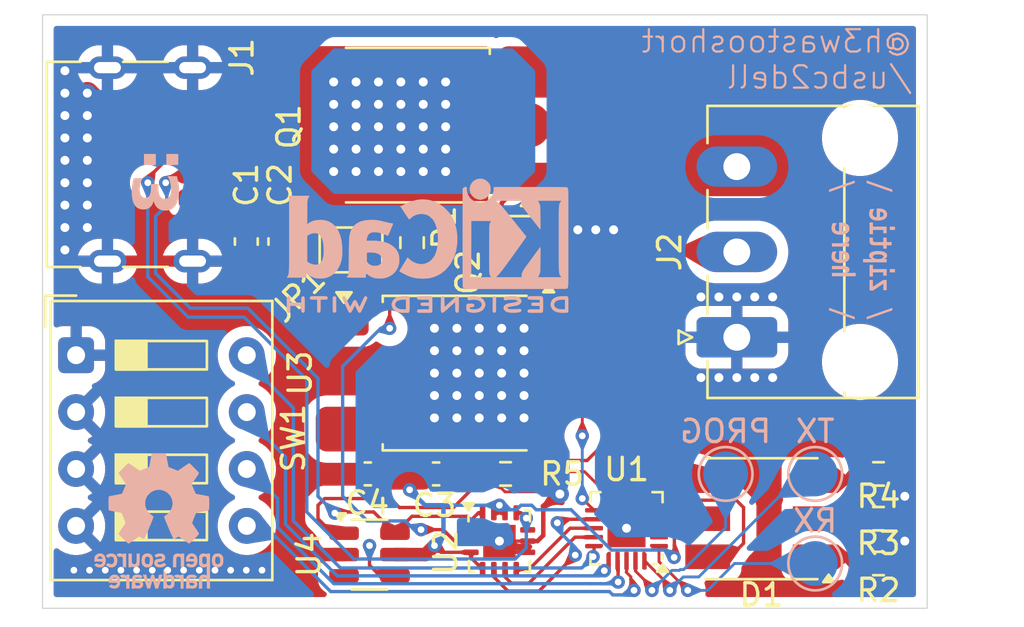
<source format=kicad_pcb>
(kicad_pcb (version 20241229) (generator "pcbnew") (generator_version "9.0")
  (layers (0 "F.Cu" signal) (2 "B.Cu" signal) (13 "F.Paste" user) (15 "B.Paste" user) (5 "F.SilkS" user "F.Silkscreen") (7 "B.SilkS" user "B.Silkscreen") (1 "F.Mask" user) (3 "B.Mask" user) (25 "Edge.Cuts" user))
  (net 0 "")
  (net 1 "/LED_G")
  (net 2 "/LED_R")
  (net 3 "Net-(D1-GK)")
  (net 4 "Net-(D1-RK)")
  (net 5 "Net-(D1-BK)")
  (net 6 "/LED_B")
  (net 7 "/ID")
  (net 8 "GND")
  (net 9 "/CC1")
  (net 10 "/CC2")
  (net 11 "VBUS")
  (net 12 "/ID_PIN")
  (net 13 "/Vout")
  (net 14 "Net-(JP1-A)")
  (net 15 "/PWR_GATE")
  (net 16 "/PWR_EN")
  (net 17 "/S0")
  (net 18 "/S2")
  (net 19 "/S1")
  (net 20 "/S3")
  (net 21 "Net-(U1-~{RESET}{slash}PA0)")
  (net 22 "Net-(U1-PA1)")
  (net 23 "Net-(U1-PA2)")
  (net 24 "/FUSB_INT")
  (net 27 "/SDA")
  (net 28 "VCC")
  (net 30 "/SCL")
  (footprint "Capacitor_SMD:C_0603_1608Metric" (layer "F.Cu") (at 30.6 30.125 -90)
    (property "Reference" "C2")
    (property "Value" "1u")
  )
  (footprint "Capacitor_SMD:C_0603_1608Metric" (layer "F.Cu") (at 34.525 40.5 180)
    (property "Reference" "C4")
    (property "Value" "1u")
  )
  (footprint "Connector_USB:USB_C_Receptacle_HRO_TYPE-C-31-M-17" (layer "F.Cu") (at 23.7 26.68 -90)
    (property "Reference" "J1")
    (property "Value" "TYPE-C-31-M-17")
  )
  (footprint "Package_TO_SOT_SMD:TO-252-3_TabPin2" (layer "F.Cu") (at 36.66 24.9275 180)
    (property "Reference" "Q1")
    (property "Value" "~")
  )
  (footprint "Jumper:SolderJumper-2_P1.3mm_Open_TrianglePad1.0x1.5mm" (layer "F.Cu") (at 33.775 30.5 180)
    (property "Reference" "JP1")
    (property "Value" "SolderJumper_2_Open")
  )
  (footprint "MountingHole:MountingHole_3mm" (layer "F.Cu") (at 56.5 35.5)
    (property "Reference" "HOLE2" (hide yes))
    (property "Value" "MountingHole_3mm")
  )
  (footprint "Resistor_SMD:R_0603_1608Metric" (layer "F.Cu") (at 40.675 40.5)
    (property "Reference" "R5")
    (property "Value" "100")
  )
  (footprint "Capacitor_SMD:C_0603_1608Metric" (layer "F.Cu") (at 37.575 40.5)
    (property "Reference" "C3")
    (property "Value" "100n")
  )
  (footprint "Resistor_SMD:R_0603_1608Metric" (layer "F.Cu") (at 57.325 42.5 180)
    (property "Reference" "R3")
    (property "Value" "4k7")
  )
  (footprint "Resistor_SMD:R_0603_1608Metric" (layer "F.Cu") (at 36.5 30.175 -90)
    (property "Reference" "R1")
    (property "Value" "4k7")
  )
  (footprint "Resistor_SMD:R_0603_1608Metric" (layer "F.Cu") (at 57.325 40.5 180)
    (property "Reference" "R4")
    (property "Value" "4k7")
  )
  (footprint "Package_TO_SOT_SMD:SOT-23" (layer "F.Cu") (at 41.4375 30.55 180)
    (property "Reference" "Q2")
    (property "Value" "MMBT5551")
  )
  (footprint "Resistor_SMD:R_0603_1608Metric" (layer "F.Cu") (at 57.325 44.5 180)
    (property "Reference" "R2")
    (property "Value" "4k7")
  )
  (footprint "Package_DFN_QFN:WQFN-14-1EP_2.5x2.5mm_P0.5mm_EP1.45x1.45mm" (layer "F.Cu") (at 40.4 43.5)
    (property "Reference" "U2")
    (property "Value" "FUSB302BMPX")
  )
  (footprint "MountingHole:MountingHole_3mm" (layer "F.Cu") (at 56.5 25.5)
    (property "Reference" "HOLE1" (hide yes))
    (property "Value" "MountingHole_3mm")
  )
  (footprint "Button_Switch_THT:SW_DIP_SPSTx04_Slide_9.78x12.34mm_W7.62mm_P2.54mm" (layer "F.Cu") (at 21.5 35.2)
    (property "Reference" "SW1")
    (property "Value" "DSWB04LHGET")
  )
  (footprint "Connector_Phoenix_MC:PhoenixContact_MC_1,5_3-G-3.81_1x03_P3.81mm_Horizontal" (layer "F.Cu") (at 51 34.4 90)
    (property "Reference" "J2")
    (property "Value" "WJ15EDGRC-3.81-3P")
  )
  (footprint "Package_TO_SOT_SMD:TO-252-3_TabPin2" (layer "F.Cu") (at 38.5 36)
    (property "Reference" "U3")
    (property "Value" "L7805")
  )
  (footprint "LED_SMD:LED_RGB_5050-6" (layer "F.Cu") (at 52.1 42.5 180)
    (property "Reference" "D1")
    (property "Value" "TC5050RGBF08-3CJH-AF53A")
  )
  (footprint "Package_DFN_QFN:VQFN-20-1EP_3x3mm_P0.4mm_EP1.7x1.7mm" (layer "F.Cu") (at 46.075 42.925 180)
    (property "Reference" "U1")
    (property "Value" "ATtiny1616-M")
  )
  (footprint "Package_TO_SOT_SMD:SOT-23-6" (layer "F.Cu") (at 34.6 44.1)
    (property "Reference" "U4")
    (property "Value" "SRV05-4")
  )
  (footprint "Capacitor_SMD:C_0603_1608Metric" (layer "F.Cu") (at 29.1 30.125 -90)
    (property "Reference" "C1")
    (property "Value" "100n")
  )
  (footprint "Symbol:KiCad-Logo2_5mm_SilkScreen" (layer "B.Cu") (at 37.2 30.3 180)
    (property "Reference" "ICON2" (hide yes))
    (property "Value" "KiCad-Logo2_5mm_SilkScreen" (hide yes))
  )
  (footprint "TestPoint:TestPoint_Pad_D2.0mm" (layer "B.Cu") (at 50.5 40.5 180)
    (property "Reference" "TP1" (hide yes))
    (property "Value" "PROG")
  )
  (footprint "TestPoint:TestPoint_Pad_D2.0mm" (layer "B.Cu") (at 54.5 44.5 180)
    (property "Reference" "TP3" (hide yes))
    (property "Value" "RX")
  )
  (footprint "Symbol:OSHW-Logo_5.7x6mm_SilkScreen" (layer "B.Cu") (at 25.2 42.6 180)
    (property "Reference" "ICON1" (hide yes))
    (property "Value" "OSHW-Logo_5.7x6mm_SilkScreen" (hide yes))
  )
  (footprint "TestPoint:TestPoint_Pad_D2.0mm" (layer "B.Cu") (at 54.5 40.5 180)
    (property "Reference" "TP2" (hide yes))
    (property "Value" "TX")
  )
  (gr_rect (start 20 20) (end 59.5 46.5) (stroke (width 0.05)) (fill no) (layer "Edge.Cuts"))
  (gr_text "/ ziptie \\\n\\  here  /" (at 56.5 30.5 270) (layer "B.SilkS") (effects (font (size 1 0.75) (thickness 0.15) (bold yes)) (justify mirror)))
  (gr_text "@h3wastooshort\n/usbc2dell" (at 58.9 20.6 0) (layer "B.SilkS") (effects (font (size 1 1) (thickness 0.1)) (justify left top mirror)))
  (gr_text ":3" (at 26.4 25.9 90) (layer "B.SilkS") (effects (font (size 2 2) (thickness 0.4) (bold yes)) (justify left bottom mirror)))
  (segment (start 49.7 42.5) (end 48.774638 42.5) (width 0.15) (layer "F.Cu") (net 1))
  (segment (start 47.749638 41.475) (end 46.875 41.475) (width 0.15) (layer "F.Cu") (net 1))
  (segment (start 48.774638 42.5) (end 47.749638 41.475) (width 0.15) (layer "F.Cu") (net 1))
  (segment (start 50.976 41.676) (end 51.3 42) (width 0.15) (layer "F.Cu") (net 2))
  (segment (start 51.3 42) (end 51.3 43.6) (width 0.15) (layer "F.Cu") (net 2))
  (segment (start 50.7 44.2) (end 49.7 44.2) (width 0.15) (layer "F.Cu") (net 2))
  (segment (start 50.976 41.674) (end 50.976 41.676) (width 0.15) (layer "F.Cu") (net 2))
  (segment (start 46.475 41.475) (end 46.475 41.000362) (width 0.15) (layer "F.Cu") (net 2))
  (segment (start 46.686362 40.789) (end 47.688 40.789) (width 0.15) (layer "F.Cu") (net 2))
  (segment (start 51.3 43.6) (end 50.7 44.2) (width 0.15) (layer "F.Cu") (net 2))
  (segment (start 47.688 40.789) (end 48.573 41.674) (width 0.15) (layer "F.Cu") (net 2))
  (segment (start 46.475 41.000362) (end 46.686362 40.789) (width 0.15) (layer "F.Cu") (net 2))
  (segment (start 48.573 41.674) (end 50.976 41.674) (width 0.15) (layer "F.Cu") (net 2))
  (segment (start 54.4 42.5) (end 56.5 42.5) (width 0.2) (layer "F.Cu") (net 3))
  (segment (start 54.4 44.2) (end 56.2 44.2) (width 0.2) (layer "F.Cu") (net 4))
  (segment (start 56.2 44.2) (end 56.5 44.5) (width 0.2) (layer "F.Cu") (net 4))
  (segment (start 54.4 40.8) (end 56.2 40.8) (width 0.2) (layer "F.Cu") (net 5))
  (segment (start 56.2 40.8) (end 56.5 40.5) (width 0.2) (layer "F.Cu") (net 5))
  (segment (start 48.8 40) (end 49.6 40.8) (width 0.15) (layer "F.Cu") (net 6))
  (segment (start 46.5 40) (end 48.8 40) (width 0.15) (layer "F.Cu") (net 6))
  (segment (start 46.075 41.475) (end 46.075 40.425) (width 0.15) (layer "F.Cu") (net 6))
  (segment (start 46.075 40.425) (end 46.5 40) (width 0.15) (layer "F.Cu") (net 6))
  (segment (start 33.4625 43.15) (end 32.95 43.15) (width 0.15) (layer "F.Cu") (net 7))
  (segment (start 32.3 41.9) (end 32.6 41.6) (width 0.15) (layer "F.Cu") (net 7))
  (segment (start 44.2 40.4) (end 43 40.4) (width 0.127) (layer "F.Cu") (net 7))
  (segment (start 42.1 41.3) (end 40.65 41.3) (width 0.127) (layer "F.Cu") (net 7))
  (segment (start 35.532706 41.6) (end 35.932706 42) (width 0.15) (layer "F.Cu") (net 7))
  (segment (start 45.275 41.475) (end 44.2 40.4) (width 0.127) (layer "F.Cu") (net 7))
  (segment (start 32.6 41.6) (end 35.532706 41.6) (width 0.15) (layer "F.Cu") (net 7))
  (segment (start 35.932706 42) (end 38.35 42) (width 0.15) (layer "F.Cu") (net 7))
  (segment (start 32.95 43.15) (end 32.3 42.5) (width 0.15) (layer "F.Cu") (net 7))
  (segment (start 43 40.4) (end 42.1 41.3) (width 0.127) (layer "F.Cu") (net 7))
  (segment (start 32.3 42.5) (end 32.3 41.9) (width 0.15) (layer "F.Cu") (net 7))
  (segment (start 38.35 42) (end 39.85 40.5) (width 0.15) (layer "F.Cu") (net 7))
  (segment (start 40.65 41.3) (end 39.85 40.5) (width 0.127) (layer "F.Cu") (net 7))
  (segment (start 47.525 42.925) (end 46.075 42.925) (width 0.15) (layer "F.Cu") (net 8))
  (segment (start 42.358343 41.938566) (end 42.358343 43.241657) (width 0.2) (layer "F.Cu") (net 8))
  (segment (start 22.43 23.93) (end 22 23.5) (width 1) (layer "F.Cu") (net 8))
  (segment (start 33.4625 44.1) (end 31.5 44.1) (width 0.6) (layer "F.Cu") (net 8))
  (segment (start 40.9 44) (end 40.4 43.5) (width 0.15) (layer "F.Cu") (net 8))
  (segment (start 42.358343 43.241657) (end 42.1 43.5) (width 0.2) (layer "F.Cu") (net 8))
  (segment (start 43.1 41.4) (end 42.896909 41.4) (width 0.2) (layer "F.Cu") (net 8))
  (segment (start 42.896909 41.4) (end 42.358343 41.938566) (width 0.2) (layer "F.Cu") (net 8))
  (segment (start 22.07 29.43) (end 22 29.5) (width 1) (layer "F.Cu") (net 8))
  (segment (start 41.6625 44) (end 40.9 44) (width 0.15) (layer "F.Cu") (net 8))
  (segment (start 42.1 43.5) (end 41.6625 43.5) (width 0.2) (layer "F.Cu") (net 8))
  (segment (start 26.88 23.93) (end 22.43 23.93) (width 1) (layer "F.Cu") (net 8))
  (segment (start 26.88 29.43) (end 22.07 29.43) (width 1) (layer "F.Cu") (net 8))
  (segment (start 41.6625 43.5) (end 40.4 43.5) (width 0.15) (layer "F.Cu") (net 8))
  (via (at 58.5 43.5) (size 0.8) (drill 0.4) (layers "F.Cu" "B.Cu") (net 8))
  (via (at 21 29.5) (size 0.8) (drill 0.4) (layers "F.Cu" "B.Cu") (net 8))
  (via (at 21 30.5) (size 0.8) (drill 0.4) (layers "F.Cu" "B.Cu") (net 8))
  (via (at 40.4 43.5) (size 0.8) (drill 0.4) (layers "F.Cu" "B.Cu") (net 8))
  (via (at 22 28.5) (size 0.8) (drill 0.4) (layers "F.Cu" "B.Cu") (net 8))
  (via (at 22.8 44.8) (size 0.6) (drill 0.3) (layers "F.Cu" "B.Cu") (net 8))
  (via (at 22 27.5) (size 0.8) (drill 0.4) (layers "F.Cu" "B.Cu") (net 8))
  (via (at 38.5 37) (size 0.8) (drill 0.4) (layers "F.Cu" "B.Cu") (net 8))
  (via (at 27.7 44.8) (size 0.6) (drill 0.3) (layers "F.Cu" "B.Cu") (net 8))
  (via (at 52.6 32.6) (size 0.8) (drill 0.4) (layers "F.Cu" "B.Cu") (net 8))
  (via (at 38.5 34) (size 0.8) (drill 0.4) (layers "F.Cu" "B.Cu") (net 8))
  (via (at 52.6 36.2) (size 0.8) (drill 0.4) (layers "F.Cu" "B.Cu") (net 8))
  (via (at 38.5 38) (size 0.8) (drill 0.4) (layers "F.Cu" "B.Cu") (net 8))
  (via (at 51 32.6) (size 0.8) (drill 0.4) (layers "F.Cu" "B.Cu") (net 8))
  (via (at 50.2 36.2) (size 0.8) (drill 0.4) (layers "F.Cu" "B.Cu") (net 8))
  (via (at 41.5 38) (size 0.8) (drill 0.4) (layers "F.Cu" "B.Cu") (net 8))
  (via (at 38.5 35) (size 0.8) (drill 0.4) (layers "F.Cu" "B.Cu") (net 8))
  (via (at 40.5 38) (size 0.8) (drill 0.4) (layers "F.Cu" "B.Cu") (net 8))
  (via (at 40.5 36) (size 0.8) (drill 0.4) (layers "F.Cu" "B.Cu") (net 8))
  (via (at 45.5 29.6) (size 0.8) (drill 0.4) (layers "F.Cu" "B.Cu") (net 8))
  (via (at 40.5 35) (size 0.8) (drill 0.4) (layers "F.Cu" "B.Cu") (net 8))
  (via (at 37.5 38) (size 0.8) (drill 0.4) (layers "F.Cu" "B.Cu") (net 8))
  (via (at 27 44.8) (size 0.6) (drill 0.3) (layers "F.Cu" "B.Cu") (net 8))
  (via (at 51.8 36.2) (size 0.8) (drill 0.4) (layers "F.Cu" "B.Cu") (net 8))
  (via (at 22 26.5) (size 0.8) (drill 0.4) (layers "F.Cu" "B.Cu") (net 8))
  (via (at 22 24.5) (size 0.8) (drill 0.4) (layers "F.Cu" "B.Cu") (net 8))
  (via (at 49.4 32.6) (size 0.8) (drill 0.4) (layers "F.Cu" "B.Cu") (net 8))
  (via (at 37.5 35) (size 0.8) (drill 0.4) (layers "F.Cu" "B.Cu") (net 8))
  (via (at 39.5 38) (size 0.8) (drill 0.4) (layers "F.Cu" "B.Cu") (net 8))
  (via (at 28.4 44.8) (size 0.6) (drill 0.3) (layers "F.Cu" "B.Cu") (net 8))
  (via (at 21 28.5) (size 0.8) (drill 0.4) (layers "F.Cu" "B.Cu") (net 8))
  (via (at 40.5 37) (size 0.8) (drill 0.4) (layers "F.Cu" "B.Cu") (net 8))
  (via (at 41.5 36) (size 0.8) (drill 0.4) (layers "F.Cu" "B.Cu") (net 8))
  (via (at 38.5 36) (size 0.8) (drill 0.4) (layers "F.Cu" "B.Cu") (net 8))
  (via (at 39.5 34) (size 0.8) (drill 0.4) (layers "F.Cu" "B.Cu") (net 8))
  (via (at 43.1 41.4) (size 0.8) (drill 0.4) (layers "F.Cu" "B.Cu") (net 8))
  (via (at 21 25.5) (size 0.8) (drill 0.4) (layers "F.Cu" "B.Cu") (net 8))
  (via (at 29.8 44.8) (size 0.6) (drill 0.3) (layers "F.Cu" "B.Cu") (net 8))
  (via (at 50.2 32.6) (size 0.8) (drill 0.4) (layers "F.Cu" "B.Cu") (net 8))
  (via (at 51.8 32.6) (size 0.8) (drill 0.4) (layers "F.Cu" "B.Cu") (net 8))
  (via (at 24.2 44.8) (size 0.6) (drill 0.3) (layers "F.Cu" "B.Cu") (net 8))
  (via (at 51 36.2) (size 0.8) (drill 0.4) (layers "F.Cu" "B.Cu") (net 8))
  (via (at 22 29.5) (size 0.8) (drill 0.4) (layers "F.Cu" "B.Cu") (net 8))
  (via (at 29.1 44.8) (size 0.6) (drill 0.3) (layers "F.Cu" "B.Cu") (net 8))
  (via (at 21 26.5) (size 0.8) (drill 0.4) (layers "F.Cu" "B.Cu") (net 8))
  (via (at 39.5 35) (size 0.8) (drill 0.4) (layers "F.Cu" "B.Cu") (net 8))
  (via (at 26.3 44.8) (size 0.6) (drill 0.3) (layers "F.Cu" "B.Cu") (net 8))
  (via (at 21 27.5) (size 0.8) (drill 0.4) (layers "F.Cu" "B.Cu") (net 8))
  (via (at 22 23.5) (size 0.8) (drill 0.4) (layers "F.Cu" "B.Cu") (net 8))
  (via (at 39.5 36) (size 0.8) (drill 0.4) (layers "F.Cu" "B.Cu") (net 8))
  (via (at 21 22.5) (size 0.8) (drill 0.4) (layers "F.Cu" "B.Cu") (net 8))
  (via (at 43.9 29.6) (size 0.8) (drill 0.4) (layers "F.Cu" "B.Cu") (net 8))
  (via (at 39.5 37) (size 0.8) (drill 0.4) (layers "F.Cu" "B.Cu") (net 8))
  (via (at 21 24.5) (size 0.8) (drill 0.4) (layers "F.Cu" "B.Cu") (net 8))
  (via (at 58.5 41.5) (size 0.8) (drill 0.4) (layers "F.Cu" "B.Cu") (net 8))
  (via (at 22 25.5) (size 0.8) (drill 0.4) (layers "F.Cu" "B.Cu") (net 8))
  (via (at 24.9 44.8) (size 0.6) (drill 0.3) (layers "F.Cu" "B.Cu") (net 8))
  (via (at 23.5 44.8) (size 0.6) (drill 0.3) (layers "F.Cu" "B.Cu") (net 8))
  (via (at 40.5 34) (size 0.8) (drill 0.4) (layers "F.Cu" "B.Cu") (net 8))
  (via (at 21.4 44.8) (size 0.6) (drill 0.3) (layers "F.Cu" "B.Cu") (net 8))
  (via (at 41.5 37) (size 0.8) (drill 0.4) (layers "F.Cu" "B.Cu") (net 8))
  (via (at 37.5 36) (size 0.8) (drill 0.4) (layers "F.Cu" "B.Cu") (net 8))
  (via (at 37.5 34) (size 0.8) (drill 0.4) (layers "F.Cu" "B.Cu") (net 8))
  (via (at 41.5 35) (size 0.8) (drill 0.4) (layers "F.Cu" "B.Cu") (net 8))
  (via (at 21 23.5) (size 0.8) (drill 0.4) (layers "F.Cu" "B.Cu") (net 8))
  (via (at 41.5 34) (size 0.8) (drill 0.4) (layers "F.Cu" "B.Cu") (net 8))
  (via (at 46.075 42.925) (size 0.8) (drill 0.4) (layers "F.Cu" "B.Cu") (net 8))
  (via (at 37.5 37) (size 0.8) (drill 0.4) (layers "F.Cu" "B.Cu") (net 8))
  (via (at 25.592019 44.799833) (size 0.6) (drill 0.3) (layers "F.Cu" "B.Cu") (net 8))
  (via (at 44.7 29.6) (size 0.8) (drill 0.4) (layers "F.Cu" "B.Cu") (net 8))
  (via (at 49.4 36.2) (size 0.8) (drill 0.4) (layers "F.Cu" "B.Cu") (net 8))
  (via (at 22.1 44.8) (size 0.6) (drill 0.3) (layers "F.Cu" "B.Cu") (net 8))
  (segment (start 43.1 41.4) (end 42.45 40.75) (width 0.8) (layer "B.Cu") (net 8))
  (segment (start 24.699997 27.300003) (end 24.699997 27.5) (width 0.15) (layer "F.Cu") (net 9))
  (segment (start 35.7375 45.05) (end 35.075001 45.05) (width 0.15) (layer "F.Cu") (net 9))
  (segment (start 41.6 42.475) (end 41.6 42.9375) (width 0.15) (layer "F.Cu") (net 9))
  (segment (start 41.6 42.9375) (end 41.6625 43) (width 0.15) (layer "F.Cu") (net 9))
  (segment (start 34.6 44.574999) (end 34.6 43.7) (width 0.15) (layer "F.Cu") (net 9))
  (segment (start 41.3625 42.2375) (end 41.6 42.475) (width 0.15) (layer "F.Cu") (net 9))
  (segment (start 26.88 26.18) (end 25.82 26.18) (width 0.15) (layer "F.Cu") (net 9))
  (segment (start 25.82 26.18) (end 24.699997 27.300003) (width 0.15) (layer "F.Cu") (net 9))
  (segment (start 41.15 42.2375) (end 41.3625 42.2375) (width 0.15) (layer "F.Cu") (net 9))
  (segment (start 35.075001 45.05) (end 34.6 44.574999) (width 0.15) (layer "F.Cu") (net 9))
  (via (at 34.6 43.7) (size 0.6) (drill 0.3) (layers "F.Cu" "B.Cu") (net 9))
  (via (at 41.6 42.475) (size 0.6) (drill 0.3) (layers "F.Cu" "B.Cu") (net 9))
  (via (at 24.699997 27.5) (size 0.6) (drill 0.3) (layers "F.Cu" "B.Cu") (net 9))
  (segment (start 24.699997 27.5) (end 24.699997 31.699997) (width 0.15) (layer "B.Cu") (net 9))
  (segment (start 41.6 43.8) (end 41.6 42.475) (width 0.15) (layer "B.Cu") (net 9))
  (segment (start 34.6 44.3) (end 41.1 44.3) (width 0.15) (layer "B.Cu") (net 9))
  (segment (start 34.6 43.7) (end 34.6 44.3) (width 0.15) (layer "B.Cu") (net 9))
  (segment (start 41.1 44.3) (end 41.6 43.8) (width 0.15) (layer "B.Cu") (net 9))
  (segment (start 24.699997 31.699997) (end 26.5 33.5) (width 0.15) (layer "B.Cu") (net 9))
  (segment (start 31.8 42.2) (end 33.9 44.3) (width 0.15) (layer "B.Cu") (net 9))
  (segment (start 26.5 33.5) (end 29 33.5) (width 0.15) (layer "B.Cu") (net 9))
  (segment (start 31.8 36.3) (end 31.8 42.2) (width 0.15) (layer "B.Cu") (net 9))
  (segment (start 33.9 44.3) (end 34.6 44.3) (width 0.15) (layer "B.Cu") (net 9))
  (segment (start 29 33.5) (end 31.8 36.3) (width 0.15) (layer "B.Cu") (net 9))
  (segment (start 38.96875 42.39375) (end 39.1375 42.5625) (width 0.15) (layer "F.Cu") (net 10))
  (segment (start 33.05 42.25) (end 33.1 42.2) (width 0.15) (layer "F.Cu") (net 10))
  (segment (start 26.88 27.18) (end 25.82 27.18) (width 0.15) (layer "F.Cu") (net 10))
  (segment (start 34.7875 42.2) (end 35.7375 43.15) (width 0.15) (layer "F.Cu") (net 10))
  (segment (start 25.82 27.18) (end 25.5 27.5) (width 0.15) (layer "F.Cu") (net 10))
  (segment (start 36.49375 42.39375) (end 38.96875 42.39375) (width 0.15) (layer "F.Cu") (net 10))
  (segment (start 33.1 42.2) (end 34.7875 42.2) (width 0.15) (layer "F.Cu") (net 10))
  (segment (start 39.65 42.2375) (end 39.4625 42.2375) (width 0.15) (layer "F.Cu") (net 10))
  (segment (start 35.7375 43.15) (end 36.49375 42.39375) (width 0.15) (layer "F.Cu") (net 10))
  (segment (start 39.1375 42.5625) (end 39.1375 43) (width 0.15) (layer "F.Cu") (net 10))
  (segment (start 39.4625 42.2375) (end 39.1375 42.5625) (width 0.15) (layer "F.Cu") (net 10))
  (via (at 25.5 27.5) (size 0.6) (drill 0.3) (layers "F.Cu" "B.Cu") (net 10))
  (via (at 33.05 42.25) (size 0.6) (drill 0.3) (layers "F.Cu" "B.Cu") (net 10))
  (segment (start 32.3 36.2329) (end 29.1661 33.099) (width 0.15) (layer "B.Cu") (net 10))
  (segment (start 29.1661 33.099) (end 26.599 33.099) (width 0.15) (layer "B.Cu") (net 10))
  (segment (start 32.3 41.5) (end 32.3 36.2329) (width 0.15) (layer "B.Cu") (net 10))
  (segment (start 25.549 27.549) (end 25.5 27.5) (width 0.15) (layer "B.Cu") (net 10))
  (segment (start 26.599 33.099) (end 25.050997 31.550997) (width 0.15) (layer "B.Cu") (net 10))
  (segment (start 25.549 28.5) (end 25.549 27.549) (width 0.15) (layer "B.Cu") (net 10))
  (segment (start 33.05 42.25) (end 32.3 41.5) (width 0.15) (layer "B.Cu") (net 10))
  (segment (start 25.050997 28.998003) (end 25.549 28.5) (width 0.15) (layer "B.Cu") (net 10))
  (segment (start 25.050997 31.550997) (end 25.050997 28.998003) (width 0.15) (layer "B.Cu") (net 10))
  (segment (start 33.46 33.72) (end 32.1 32.36) (width 1) (layer "F.Cu") (net 11))
  (segment (start 32.1 28.2275) (end 35.4 24.9275) (width 1) (layer "F.Cu") (net 11))
  (segment (start 41.7 24.9275) (end 35.4 24.9275) (width 2) (layer "F.Cu") (net 11))
  (segment (start 32.1 32.36) (end 32.1 28.2275) (width 1) (layer "F.Cu") (net 11))
  (via (at 34 27) (size 0.8) (drill 0.4) (layers "F.Cu" "B.Cu") (net 11))
  (via (at 36 23) (size 0.8) (drill 0.4) (layers "F.Cu" "B.Cu") (net 11))
  (via (at 38 25) (size 0.8) (drill 0.4) (layers "F.Cu" "B.Cu") (net 11))
  (via (at 38 27) (size 0.8) (drill 0.4) (layers "F.Cu" "B.Cu") (net 11))
  (via (at 37 25) (size 0.8) (drill 0.4) (layers "F.Cu" "B.Cu") (net 11))
  (via (at 34 26) (size 0.8) (drill 0.4) (layers "F.Cu" "B.Cu") (net 11))
  (via (at 33 24) (size 0.8) (drill 0.4) (layers "F.Cu" "B.Cu") (net 11))
  (via (at 34 25) (size 0.8) (drill 0.4) (layers "F.Cu" "B.Cu") (net 11))
  (via (at 34 23) (size 0.8) (drill 0.4) (layers "F.Cu" "B.Cu") (net 11))
  (via (at 34 24) (size 0.8) (drill 0.4) (layers "F.Cu" "B.Cu") (net 11))
  (via (at 33 23) (size 0.8) (drill 0.4) (layers "F.Cu" "B.Cu") (net 11))
  (via (at 33 25) (size 0.8) (drill 0.4) (layers "F.Cu" "B.Cu") (net 11))
  (via (at 35 24) (size 0.8) (drill 0.4) (layers "F.Cu" "B.Cu") (net 11))
  (via (at 37 23) (size 0.8) (drill 0.4) (layers "F.Cu" "B.Cu") (net 11))
  (via (at 36 27) (size 0.8) (drill 0.4) (layers "F.Cu" "B.Cu") (net 11))
  (via (at 36 25) (size 0.8) (drill 0.4) (layers "F.Cu" "B.Cu") (net 11))
  (via (at 38 23) (size 0.8) (drill 0.4) (layers "F.Cu" "B.Cu") (net 11))
  (via (at 35 27) (size 0.8) (drill 0.4) (layers "F.Cu" "B.Cu") (net 11))
  (via (at 38 26) (size 0.8) (drill 0.4) (layers "F.Cu" "B.Cu") (net 11))
  (via (at 37 26) (size 0.8) (drill 0.4) (layers "F.Cu" "B.Cu") (net 11))
  (via (at 36 24) (size 0.8) (drill 0.4) (layers "F.Cu" "B.Cu") (net 11))
  (via (at 35 26) (size 0.8) (drill 0.4) (layers "F.Cu" "B.Cu") (net 11))
  (via (at 35 23) (size 0.8) (drill 0.4) (layers "F.Cu" "B.Cu") (net 11))
  (via (at 37 24) (size 0.8) (drill 0.4) (layers "F.Cu" "B.Cu") (net 11))
  (via (at 36 26) (size 0.8) (drill 0.4) (layers "F.Cu" "B.Cu") (net 11))
  (via (at 33 27) (size 0.8) (drill 0.4) (layers "F.Cu" "B.Cu") (net 11))
  (via (at 33 26) (size 0.8) (drill 0.4) (layers "F.Cu" "B.Cu") (net 11))
  (via (at 35 25) (size 0.8) (drill 0.4) (layers "F.Cu" "B.Cu") (net 11))
  (via (at 38 24) (size 0.8) (drill 0.4) (layers "F.Cu" "B.Cu") (net 11))
  (via (at 37 27) (size 0.8) (drill 0.4) (layers "F.Cu" "B.Cu") (net 11))
  (segment (start 44.316666 39.9) (end 45 39.216666) (width 0.15) (layer "F.Cu") (net 12))
  (segment (start 45 39.216666) (end 45 31.9) (width 0.15) (layer "F.Cu") (net 12))
  (segment (start 50.91 30.5) (end 51 30.59) (width 0.15) (layer "F.Cu") (net 12))
  (segment (start 41.5 40.5) (end 42.1 39.9) (width 0.15) (layer "F.Cu") (net 12))
  (segment (start 42.1 39.9) (end 44.316666 39.9) (width 0.15) (layer "F.Cu") (net 12))
  (segment (start 46.4 30.5) (end 50.91 30.5) (width 0.15) (layer "F.Cu") (net 12))
  (segment (start 45 31.9) (end 46.4 30.5) (width 0.15) (layer "F.Cu") (net 12))
  (segment (start 50.28 26.78) (end 51 26.78) (width 2) (layer "F.Cu") (net 13))
  (segment (start 46.1475 22.6475) (end 50.28 26.78) (width 2) (layer "F.Cu") (net 13))
  (segment (start 41.7 22.6475) (end 46.1475 22.6475) (width 2) (layer "F.Cu") (net 13))
  (segment (start 35.5 34) (end 35.5 32) (width 0.15) (layer "F.Cu") (net 14))
  (segment (start 34.5 31) (end 34.5 30.5) (width 0.15) (layer "F.Cu") (net 14))
  (segment (start 37.888083 42.988083) (end 36.9 42.988083) (width 0.15) (layer "F.Cu") (net 14))
  (segment (start 35.5 32) (end 34.5 31) (width 0.15) (layer "F.Cu") (net 14))
  (segment (start 39.1375 43.5) (end 38.4 43.5) (width 0.15) (layer "F.Cu") (net 14))
  (segment (start 38.4 43.5) (end 37.888083 42.988083) (width 0.15) (layer "F.Cu") (net 14))
  (via (at 35.5 34) (size 0.6) (drill 0.3) (layers "F.Cu" "B.Cu") (net 14))
  (via (at 36.9 42.988083) (size 0.6) (drill 0.3) (layers "F.Cu" "B.Cu") (net 14))
  (segment (start 36.2 42.6) (end 36.7 43.1) (width 0.15) (layer "B.Cu") (net 14))
  (segment (start 36.7 43.1) (end 36.788083 43.1) (width 0.15) (layer "B.Cu") (net 14))
  (segment (start 34.5 42.6) (end 36.2 42.6) (width 0.15) (layer "B.Cu") (net 14))
  (segment (start 36.788083 43.1) (end 36.9 42.988083) (width 0.15) (layer "B.Cu") (net 14))
  (segment (start 33.4 41.5) (end 34.5 42.6) (width 0.15) (layer "B.Cu") (net 14))
  (segment (start 33.4 35.7) (end 33.4 41.5) (width 0.15) (layer "B.Cu") (net 14))
  (segment (start 35.5 34) (end 35.1 34) (width 0.15) (layer "B.Cu") (net 14))
  (segment (start 35.1 34) (end 33.4 35.7) (width 0.15) (layer "B.Cu") (net 14))
  (segment (start 36.95 30.55) (end 36.5 31) (width 0.2) (layer "F.Cu") (net 15))
  (segment (start 40.5 30.55) (end 40.5 28.4075) (width 0.2) (layer "F.Cu") (net 15))
  (segment (start 40.5 28.4075) (end 41.7 27.2075) (width 0.2) (layer "F.Cu") (net 15))
  (segment (start 40.5 30.55) (end 36.95 30.55) (width 0.2) (layer "F.Cu") (net 15))
  (segment (start 43.7 31.5) (end 44.1 31.9) (width 0.127) (layer "F.Cu") (net 16))
  (segment (start 44.1 41.6) (end 44.625 42.125) (width 0.127) (layer "F.Cu") (net 16))
  (segment (start 42.375 31.5) (end 43.7 31.5) (width 0.127) (layer "F.Cu") (net 16))
  (segment (start 44.1 31.9) (end 44.1 38.8) (width 0.127) (layer "F.Cu") (net 16))
  (via (at 44.1 38.8) (size 0.6) (drill 0.3) (layers "F.Cu" "B.Cu") (net 16))
  (via (at 44.1 41.6) (size 0.6) (drill 0.3) (layers "F.Cu" "B.Cu") (net 16))
  (segment (start 44.1 41.6) (end 44.1 38.8) (width 0.127) (layer "B.Cu") (net 16))
  (segment (start 44.625 44.17288) (end 44.625 43.725) (width 0.15) (layer "F.Cu") (net 17))
  (segment (start 44.601732 44.196148) (end 44.625 44.17288) (width 0.15) (layer "F.Cu") (net 17))
  (segment (start 44.581393 44.196148) (end 44.601732 44.196148) (width 0.15) (layer "F.Cu") (net 17))
  (via (at 44.581393 44.196148) (size 0.6) (drill 0.3) (layers "F.Cu" "B.Cu") (net 17))
  (segment (start 44.581393 44.196148) (end 44.077541 44.7) (width 0.15) (layer "B.Cu") (net 17))
  (segment (start 31.2 42.6) (end 31.2 37.55) (width 0.15) (layer "B.Cu") (net 17))
  (segment (start 44.077541 44.7) (end 33.3 44.7) (width 0.15) (layer "B.Cu") (net 17))
  (segment (start 31.2 37.55) (end 28.8525 35.2025) (width 0.15) (layer "B.Cu") (net 17))
  (segment (start 33.3 44.7) (end 31.2 42.6) (width 0.15) (layer "B.Cu") (net 17))
  (segment (start 45.701378 45.314552) (end 45.698432 45.311606) (width 0.15) (layer "F.Cu") (net 18))
  (segment (start 45.698432 44.398432) (end 45.675 44.375) (width 0.15) (layer "F.Cu") (net 18))
  (segment (start 45.698432 45.311606) (end 45.698432 44.398432) (width 0.15) (layer "F.Cu") (net 18))
  (segment (start 45.701378 45.326932) (end 45.701378 45.314552) (width 0.15) (layer "F.Cu") (net 18))
  (via (at 45.701378 45.326932) (size 0.6) (drill 0.3) (layers "F.Cu" "B.Cu") (net 18))
  (segment (start 45.701378 45.326932) (end 45.701378 45.31455) (width 0.15) (layer "B.Cu") (net 18))
  (segment (start 45.353409 45.402005) (end 45.159795 45.402005) (width 0.15) (layer "B.Cu") (net 18))
  (segment (start 30.498 42.890776) (end 30.498 41.598) (width 0.15) (layer "B.Cu") (net 18))
  (segment (start 44.926913 45.404583) (end 44.924336 45.402005) (width 0.15) (layer "B.Cu") (net 18))
  (segment (start 44.924336 45.402005) (end 44.490765 45.402005) (width 0.15) (layer "B.Cu") (net 18))
  (segment (start 45.455414 45.3) (end 45.353409 45.402005) (width 0.15) (layer "B.Cu") (net 18))
  (segment (start 45.686828 45.3) (end 45.455414 45.3) (width 0.15) (layer "B.Cu") (net 18))
  (segment (start 44.490761 45.402) (end 33.009224 45.402) (width 0.15) (layer "B.Cu") (net 18))
  (segment (start 45.157216 45.404583) (end 44.926913 45.404583) (width 0.15) (layer "B.Cu") (net 18))
  (segment (start 29.1825 40.2825) (end 28.8525 40.2825) (width 0.15) (layer "B.Cu") (net 18))
  (segment (start 30.498 41.598) (end 29.1825 40.2825) (width 0.15) (layer "B.Cu") (net 18))
  (segment (start 44.490765 45.402005) (end 44.490761 45.402) (width 0.15) (layer "B.Cu") (net 18))
  (segment (start 45.159795 45.402005) (end 45.157216 45.404583) (width 0.15) (layer "B.Cu") (net 18))
  (segment (start 33.009224 45.402) (end 30.498 42.890776) (width 0.15) (layer "B.Cu") (net 18))
  (segment (start 45.701378 45.31455) (end 45.686828 45.3) (width 0.15) (layer "B.Cu") (net 18))
  (segment (start 45.115113 44.851372) (end 45.252296 44.851372) (width 0.15) (layer "F.Cu") (net 19))
  (segment (start 45.083055 44.819314) (end 45.115113 44.851372) (width 0.15) (layer "F.Cu") (net 19))
  (segment (start 45.275 44.828668) (end 45.275 44.375) (width 0.15) (layer "F.Cu") (net 19))
  (segment (start 45.252296 44.851372) (end 45.275 44.828668) (width 0.15) (layer "F.Cu") (net 19))
  (via (at 45.083055 44.819314) (size 0.6) (drill 0.3) (layers "F.Cu" "B.Cu") (net 19))
  (segment (start 30.849 42.745388) (end 33.154612 45.051) (width 0.15) (layer "B.Cu") (net 19))
  (segment (start 44.851369 45.051) (end 45.083055 44.819314) (width 0.15) (layer "B.Cu") (net 19))
  (segment (start 30.849 39.739) (end 30.849 42.745388) (width 0.15) (layer "B.Cu") (net 19))
  (segment (start 28.8525 37.7425) (end 30.849 39.739) (width 0.15) (layer "B.Cu") (net 19))
  (segment (start 33.154612 45.051) (end 44.851369 45.051) (width 0.15) (layer "B.Cu") (net 19))
  (segment (start 46.409067 45.7) (end 46.437902 45.671165) (width 0.127) (layer "F.Cu") (net 20))
  (segment (start 46.265878 45.093108) (end 46.060677 44.887907) (width 0.127) (layer "F.Cu") (net 20))
  (segment (start 46.437902 45.637902) (end 46.265878 45.465878) (width 0.127) (layer "F.Cu") (net 20))
  (segment (start 46.060677 44.887907) (end 46.075 44.873584) (width 0.127) (layer "F.Cu") (net 20))
  (segment (start 46.437902 45.671165) (end 46.437902 45.637902) (width 0.127) (layer "F.Cu") (net 20))
  (segment (start 46.075 44.873584) (end 46.075 44.375) (width 0.127) (layer "F.Cu") (net 20))
  (segment (start 46.265878 45.465878) (end 46.265878 45.093108) (width 0.127) (layer "F.Cu") (net 20))
  (via (at 46.409067 45.7) (size 0.6) (drill 0.3) (layers "F.Cu" "B.Cu") (net 20))
  (segment (start 29.930836 42.82) (end 28.855 42.82) (width 0.15) (layer "B.Cu") (net 20))
  (segment (start 28.855 42.82) (end 28.8525 42.8225) (width 0.15) (layer "B.Cu") (net 20))
  (segment (start 46.409067 45.7) (end 46.206135 45.902932) (width 0.15) (layer "B.Cu") (net 20))
  (segment (start 32.863836 45.753) (end 29.930836 42.82) (width 0.15) (layer "B.Cu") (net 20))
  (segment (start 45.46279 45.902932) (end 45.312858 45.753) (width 0.15) (layer "B.Cu") (net 20))
  (segment (start 46.206135 45.902932) (end 45.46279 45.902932) (width 0.15) (layer "B.Cu") (net 20))
  (segment (start 45.312858 45.753) (end 32.863836 45.753) (width 0.15) (layer "B.Cu") (net 20))
  (segment (start 46.475 44.838368) (end 47.20907 45.572438) (width 0.127) (layer "F.Cu") (net 21))
  (segment (start 46.475 44.375) (end 46.475 44.838368) (width 0.127) (layer "F.Cu") (net 21))
  (segment (start 47.20907 45.572438) (end 47.20907 45.7) (width 0.127) (layer "F.Cu") (net 21))
  (via (at 47.20907 45.7) (size 0.6) (drill 0.3) (layers "F.Cu" "B.Cu") (net 21))
  (segment (start 48.10157 44.8075) (end 48.437711 44.8075) (width 0.127) (layer "B.Cu") (net 21))
  (segment (start 50.5 42.9) (end 48.628 44.772) (width 0.127) (layer "B.Cu") (net 21))
  (segment (start 48.437711 44.8075) (end 48.473211 44.772) (width 0.127) (layer "B.Cu") (net 21))
  (segment (start 48.473211 44.772) (end 48.628 44.772) (width 0.127) (layer "B.Cu") (net 21))
  (segment (start 47.20907 45.7) (end 48.10157 44.8075) (width 0.127) (layer "B.Cu") (net 21))
  (segment (start 50.5 40.5) (end 50.5 42.9) (width 0.127) (layer "B.Cu") (net 21))
  (segment (start 46.875 44.375) (end 48.009073 45.509073) (width 0.127) (layer "F.Cu") (net 22))
  (segment (start 48.009073 45.509073) (end 48.009073 45.7) (width 0.127) (layer "F.Cu") (net 22))
  (via (at 48.009073 45.7) (size 0.6) (drill 0.3) (layers "F.Cu" "B.Cu") (net 22))
  (segment (start 53.95 40.45) (end 54.6 40.45) (width 0.127) (layer "B.Cu") (net 22))
  (segment (start 48.009073 45.7) (end 48.609073 45.1) (width 0.127) (layer "B.Cu") (net 22))
  (segment (start 49.3 45.1) (end 53.95 40.45) (width 0.127) (layer "B.Cu") (net 22))
  (segment (start 48.609073 45.1) (end 49.3 45.1) (width 0.127) (layer "B.Cu") (net 22))
  (segment (start 47.525 43.725) (end 47.525 44.415924) (width 0.127) (layer "F.Cu") (net 23))
  (segment (start 47.525 44.415924) (end 48.809076 45.7) (width 0.127) (layer "F.Cu") (net 23))
  (via (at 48.809076 45.7) (size 0.6) (drill 0.3) (layers "F.Cu" "B.Cu") (net 23))
  (segment (start 54.5 44.5) (end 54.6 44.5) (width 0.127) (layer "B.Cu") (net 23))
  (segment (start 48.809076 45.7) (end 49.7 45.7) (width 0.127) (layer "B.Cu") (net 23))
  (segment (start 50.9 44.5) (end 54.5 44.5) (width 0.127) (layer "B.Cu") (net 23))
  (segment (start 49.7 45.7) (end 50.9 44.5) (width 0.127) (layer "B.Cu") (net 23))
  (segment (start 43.142271 42.525) (end 44.625 42.525) (width 0.15) (layer "F.Cu") (net 24))
  (segment (start 42.983635 42.683635) (end 43.142271 42.525) (width 0.15) (layer "F.Cu") (net 24))
  (segment (start 40.779501 45.7295) (end 40.15 45.099999) (width 0.15) (layer "F.Cu") (net 24))
  (segment (start 43.695219 44.204781) (end 42.1705 45.7295) (width 0.15) (layer "F.Cu") (net 24))
  (segment (start 40.15 45.099999) (end 40.15 44.7625) (width 0.15) (layer "F.Cu") (net 24))
  (segment (start 42.1705 45.7295) (end 40.779501 45.7295) (width 0.15) (layer "F.Cu") (net 24))
  (via (at 43.78456 44.125) (size 0.6) (drill 0.3) (layers "F.Cu" "B.Cu") (net 24))
  (via (at 42.983635 42.683635) (size 0.6) (drill 0.3) (layers "F.Cu" "B.Cu") (net 24))
  (segment (start 42.983635 42.683635) (end 43 42.7) (width 0.15) (layer "B.Cu") (net 24))
  (segment (start 43 43) (end 43.78456 43.78456) (width 0.15) (layer "B.Cu") (net 24))
  (segment (start 43 42.7) (end 43 43) (width 0.15) (layer "B.Cu") (net 24))
  (segment (start 43.78456 43.78456) (end 43.78456 44.125) (width 0.15) (layer "B.Cu") (net 24))
  (segment (start 44.625 42.925) (end 43.555444 42.925) (width 0.15) (layer "F.Cu") (net 27))
  (segment (start 41.717944 44.7625) (end 41.15 44.7625) (width 0.15) (layer "F.Cu") (net 27))
  (segment (start 43.555444 42.925) (end 41.717944 44.7625) (width 0.15) (layer "F.Cu") (net 27))
  (segment (start 37.1 44.1) (end 35.7375 44.1) (width 0.6) (layer "F.Cu") (net 28))
  (segment (start 36.8 40.5) (end 35.3 40.5) (width 0.4) (layer "F.Cu") (net 28))
  (segment (start 34.68 38.28) (end 33.46 38.28) (width 0.4) (layer "F.Cu") (net 28))
  (segment (start 40.65 42.15) (end 40.4 41.9) (width 0.15) (layer "F.Cu") (net 28))
  (segment (start 39.1375 44) (end 37.8 44) (width 0.15) (layer "F.Cu") (net 28))
  (segment (start 36.39 41.21) (end 36.39 39.99) (width 0.4) (layer "F.Cu") (net 28))
  (segment (start 47.98742 42.525) (end 48.211 42.74858) (width 0.15) (layer "F.Cu") (net 28))
  (segment (start 40.15 42.2375) (end 40.15 42.15) (width 0.15) (layer "F.Cu") (net 28))
  (segment (start 39.1375 44.25) (end 39.1375 44) (width 0.15) (layer "F.Cu") (net 28))
  (segment (start 35.85 39.45) (end 34.68 38.28) (width 0.4) (layer "F.Cu") (net 28))
  (segment (start 37.8 44) (end 37.5 43.7) (width 0.15) (layer "F.Cu") (net 28))
  (segment (start 47.525 42.525) (end 47.98742 42.525) (width 0.15) (layer "F.Cu") (net 28))
  (segment (start 48.211 42.74858) (end 48.211 44.21889) (width 0.15) (layer "F.Cu") (net 28))
  (segment (start 36.39 39.99) (end 35.85 39.45) (width 0.4) (layer "F.Cu") (net 28))
  (segment (start 40.15 42.15) (end 40.4 41.9) (width 0.15) (layer "F.Cu") (net 28))
  (segment (start 39.65 44.7625) (end 39.1375 44.25) (width 0.15) (layer "F.Cu") (net 28))
  (segment (start 37.5 43.7) (end 37.1 44.1) (width 0.6) (layer "F.Cu") (net 28))
  (segment (start 48.211 44.21889) (end 48.200001 44.229889) (width 0.15) (layer "F.Cu") (net 28))
  (segment (start 40.65 42.2375) (end 40.65 42.15) (width 0.15) (layer "F.Cu") (net 28))
  (segment (start 40.15 42.2375) (end 40.65 42.2375) (width 0.15) (layer "F.Cu") (net 28))
  (via (at 37.5 43.7) (size 0.6) (drill 0.3) (layers "F.Cu" "B.Cu") (net 28))
  (via (at 36.39 41.21) (size 0.6) (drill 0.3) (layers "F.Cu" "B.Cu") (net 28))
  (via (at 40.4 41.9) (size 0.6) (drill 0.3) (layers "F.Cu" "B.Cu") (net 28))
  (via (at 48.200001 44.229889) (size 0.6) (drill 0.3) (layers "F.Cu" "B.Cu") (net 28))
  (segment (start 42.039588 42.1) (end 41.838588 41.899) (width 0.15) (layer "B.Cu") (net 28))
  (segment (start 37.1 41.9) (end 38.3 41.9) (width 0.2) (layer "B.Cu") (net 28))
  (segment (start 37.901 43.299) (end 37.901 41.901) (width 0.2) (layer "B.Cu") (net 28))
  (segment (start 40.6 42.1) (end 40.4 41.9) (width 0.15) (layer "B.Cu") (net 28))
  (segment (start 43.6 42.1) (end 42.039588 42.1) (width 0.15) (layer "B.Cu") (net 28))
  (segment (start 48.200001 44.229889) (end 47.870112 43.9) (width 0.15) (layer "B.Cu") (net 28))
  (segment (start 37.5 43.7) (end 37.901 43.299) (width 0.2) (layer "B.Cu") (net 28))
  (segment (start 37.9 41.9) (end 37.1 41.9) (width 0.2) (layer "B.Cu") (net 28))
  (segment (start 37.901 41.901) (end 37.9 41.9) (width 0.2) (layer "B.Cu") (net 28))
  (segment (start 38.3 41.9) (end 37.08 41.9) (width 0.2) (layer "B.Cu") (net 28))
  (segment (start 41.160412 42.1) (end 40.6 42.1) (width 0.15) (layer "B.Cu") (net 28))
  (segment (start 41.361412 41.899) (end 41.160412 42.1) (width 0.15) (layer "B.Cu") (net 28))
  (segment (start 45.4 43.9) (end 43.6 42.1) (width 0.15) (layer "B.Cu") (net 28))
  (segment (start 41.838588 41.899) (end 41.361412 41.899) (width 0.15) (layer "B.Cu") (net 28))
  (segment (start 37.08 41.9) (end 36.39 41.21) (width 0.2) (layer "B.Cu") (net 28))
  (segment (start 47.870112 43.9) (end 45.4 43.9) (width 0.15) (layer "B.Cu") (net 28))
  (segment (start 40.4 41.9) (end 38.3 41.9) (width 0.15) (layer "B.Cu") (net 28))
  (segment (start 43.771388 43.325) (end 41.717888 45.3785) (width 0.15) (layer "F.Cu") (net 30))
  (segment (start 44.625 43.325) (end 43.771388 43.325) (width 0.15) (layer "F.Cu") (net 30))
  (segment (start 41.717888 45.3785) (end 40.928501 45.3785) (width 0.15) (layer "F.Cu") (net 30))
  (segment (start 40.928501 45.3785) (end 40.65 45.099999) (width 0.15) (layer "F.Cu") (net 30))
  (segment (start 40.65 45.099999) (end 40.65 44.7625) (width 0.15) (layer "F.Cu") (net 30))
  (zone (net 13) (net_name "/Vout") (layer "F.Cu") (priority 4) (connect_pads yes (clearance 0.15)) (min_thickness 0.15) (fill yes (thermal_gap 0.5) (thermal_bridge_width 0.5) (smoothing fillet) (radius 0.5))
    (polygon (pts (xy 40.3 21.4) (xy 40.3 23.7) (xy 43.5 23.7) (xy 43.5 28.1) (xy 53.5 28.1) (xy 53.5 21.558084)))
  )
  (zone (net 11) (net_name "VBUS") (layer "F.Cu") (priority 1) (connect_pads thru_hole_only (clearance 0.2)) (min_thickness 0.15) (fill yes (thermal_gap 0.5) (thermal_bridge_width 0.5))
    (polygon (pts (xy 26.3 29.9) (xy 26.3 23.5) (xy 28.2 23.5) (xy 32 21.4) (xy 39.9 21.4) (xy 39.9 28.4) (xy 37.3 29.9)))
  )
  (zone (net 28) (net_name "VCC") (layer "F.Cu") (priority 3) (connect_pads yes (clearance 0.15)) (min_thickness 0.15) (fill yes (thermal_gap 0.5) (thermal_bridge_width 0.5) (smoothing fillet) (radius 0.5))
    (polygon (pts (xy 34.6 41.2) (xy 37.5 41.2) (xy 37.5 39.8) (xy 36.8 39.8) (xy 34.5 37.5) (xy 32.2 37.5) (xy 32.2 39.5) (xy 34.6 39.5)))
  )
  (zone (net 8) (net_name "GND") (layers "F.Cu" "B.Cu") (connect_pads thru_hole_only (clearance 0.5)) (min_thickness 0.25) (fill yes (thermal_gap 0.5) (thermal_bridge_width 0.5))
    (polygon (pts (xy 20 20) (xy 20 46.5) (xy 59.5 46.5) (xy 59.5 20)))
  )
  (zone (net 11) (net_name "VBUS") (layer "B.Cu") (priority 2) (connect_pads no (clearance 0.3)) (min_thickness 0.25) (fill yes (thermal_gap 0.5) (thermal_bridge_width 0.5) (smoothing chamfer) (radius 1))
    (polygon (pts (xy 32 21.5) (xy 32 28) (xy 42 28) (xy 42 21.5)))
  )
)
</source>
